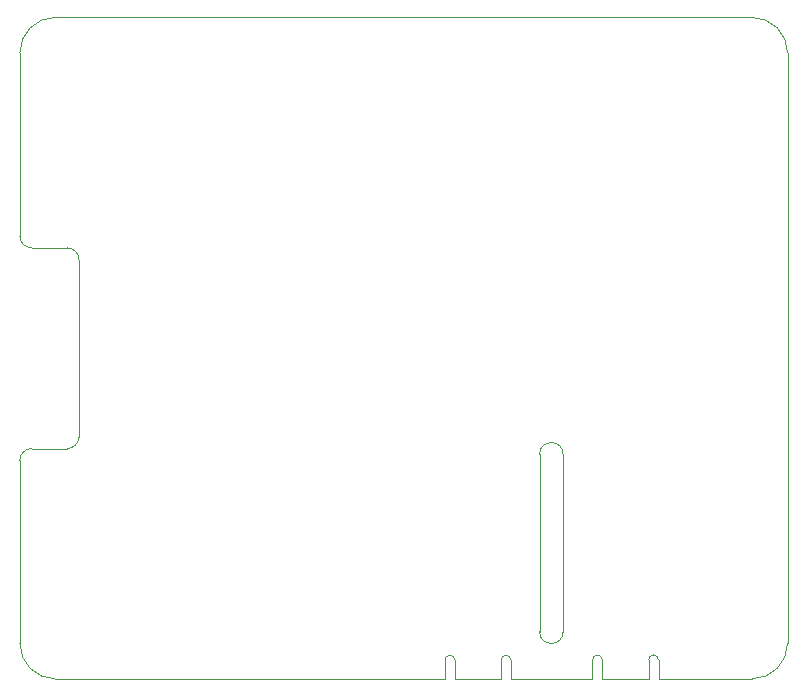
<source format=gbr>
G04 #@! TF.GenerationSoftware,KiCad,Pcbnew,5.1.6-c6e7f7d~87~ubuntu19.10.1*
G04 #@! TF.CreationDate,2021-03-31T16:12:46-04:00*
G04 #@! TF.ProjectId,helios,68656c69-6f73-42e6-9b69-6361645f7063,v1.0*
G04 #@! TF.SameCoordinates,Original*
G04 #@! TF.FileFunction,Profile,NP*
%FSLAX46Y46*%
G04 Gerber Fmt 4.6, Leading zero omitted, Abs format (unit mm)*
G04 Created by KiCad (PCBNEW 5.1.6-c6e7f7d~87~ubuntu19.10.1) date 2021-03-31 16:12:46*
%MOMM*%
%LPD*%
G01*
G04 APERTURE LIST*
G04 #@! TA.AperFunction,Profile*
%ADD10C,0.100000*%
G04 #@! TD*
G04 APERTURE END LIST*
D10*
X150370000Y-129780000D02*
X118340000Y-129780000D01*
X162870000Y-129760000D02*
X157870000Y-129780000D01*
X177340000Y-129780000D02*
X170370000Y-129760000D01*
X116340000Y-110280000D02*
X119340000Y-110280000D01*
X115340000Y-76780000D02*
X115340000Y-92280000D01*
X115340000Y-111280000D02*
X115340000Y-126780000D01*
X161340000Y-125780000D02*
G75*
G02*
X159340000Y-125780000I-1000000J0D01*
G01*
X161340000Y-110780000D02*
X161340000Y-125780000D01*
X115340000Y-126780000D02*
G75*
G03*
X118340000Y-129780000I3000000J0D01*
G01*
X177340000Y-129780000D02*
G75*
G03*
X180340000Y-126780000I0J3000000D01*
G01*
X115340000Y-92280000D02*
G75*
G03*
X116340000Y-93280000I1000000J0D01*
G01*
X118340000Y-73780000D02*
G75*
G03*
X115340000Y-76780000I0J-3000000D01*
G01*
X159340000Y-110780000D02*
X159340000Y-125780000D01*
X118340000Y-73780000D02*
X177340000Y-73780000D01*
X161340000Y-110780000D02*
G75*
G03*
X159340000Y-110780000I-1000000J0D01*
G01*
X180340000Y-76780000D02*
X180340000Y-126780000D01*
X120340000Y-94280000D02*
G75*
G03*
X119340000Y-93280000I-1000000J0D01*
G01*
X119340000Y-110280000D02*
G75*
G03*
X120340000Y-109280000I0J1000000D01*
G01*
X116340000Y-110280000D02*
G75*
G03*
X115340000Y-111280000I0J-1000000D01*
G01*
X180340000Y-76780000D02*
G75*
G03*
X177340000Y-73780000I-3000000J0D01*
G01*
X120340000Y-94280000D02*
X120340000Y-109280000D01*
X116340000Y-93280000D02*
X119340000Y-93280000D01*
G04 #@! TO.C,J7*
X150370000Y-129780000D02*
X151320000Y-129780000D01*
X151320000Y-128205000D02*
X151320000Y-129780000D01*
X152170000Y-128205000D02*
X152170000Y-129780000D01*
X152170000Y-129780000D02*
X156070000Y-129780000D01*
X156070000Y-128205000D02*
X156070000Y-129780000D01*
X156920000Y-128205000D02*
X156920000Y-129780000D01*
X156920000Y-129780000D02*
X157870000Y-129780000D01*
X152170000Y-128205000D02*
G75*
G03*
X151320000Y-128205000I-425000J0D01*
G01*
X156920000Y-128205000D02*
G75*
G03*
X156070000Y-128205000I-425000J0D01*
G01*
G04 #@! TO.C,J8*
X169420000Y-129760000D02*
X170370000Y-129760000D01*
X169420000Y-128185000D02*
X169420000Y-129760000D01*
X168570000Y-128185000D02*
X168570000Y-129760000D01*
X164670000Y-129760000D02*
X168570000Y-129760000D01*
X164670000Y-128185000D02*
X164670000Y-129760000D01*
X163820000Y-128185000D02*
X163820000Y-129760000D01*
X162870000Y-129760000D02*
X163820000Y-129760000D01*
X169420000Y-128185000D02*
G75*
G03*
X168570000Y-128185000I-425000J0D01*
G01*
X164670000Y-128185000D02*
G75*
G03*
X163820000Y-128185000I-425000J0D01*
G01*
G04 #@! TD*
M02*

</source>
